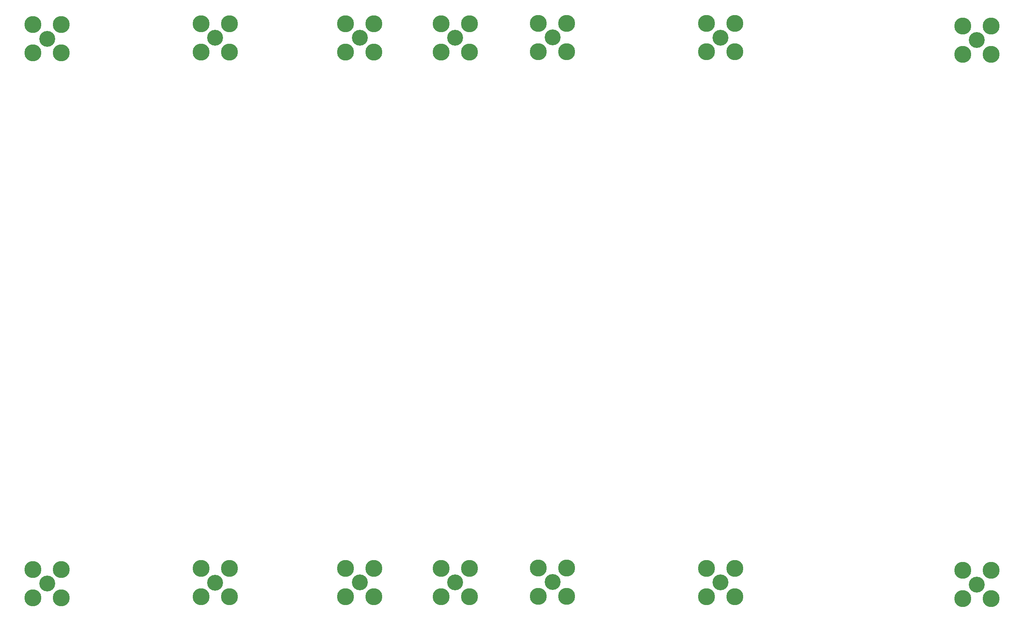
<source format=gbr>
%TF.GenerationSoftware,KiCad,Pcbnew,8.0.8*%
%TF.CreationDate,2025-01-25T17:36:21-08:00*%
%TF.ProjectId,labs_board,6c616273-5f62-46f6-9172-642e6b696361,rev?*%
%TF.SameCoordinates,Original*%
%TF.FileFunction,Soldermask,Top*%
%TF.FilePolarity,Negative*%
%FSLAX46Y46*%
G04 Gerber Fmt 4.6, Leading zero omitted, Abs format (unit mm)*
G04 Created by KiCad (PCBNEW 8.0.8) date 2025-01-25 17:36:21*
%MOMM*%
%LPD*%
G01*
G04 APERTURE LIST*
%ADD10C,3.810000*%
%ADD11C,3.556000*%
G04 APERTURE END LIST*
D10*
%TO.C,J14*%
X243230000Y-154215000D03*
X243230000Y-147865000D03*
X236880000Y-154215000D03*
X236880000Y-147865000D03*
D11*
X240055000Y-151040000D03*
%TD*%
%TO.C,J13*%
X240055000Y-28895000D03*
D10*
X236880000Y-25720000D03*
X236880000Y-32070000D03*
X243230000Y-25720000D03*
X243230000Y-32070000D03*
%TD*%
D11*
%TO.C,J1*%
X31800000Y-28620000D03*
D10*
X34975000Y-25445000D03*
X34975000Y-31795000D03*
X28625000Y-25445000D03*
X28625000Y-31795000D03*
%TD*%
D11*
%TO.C,J2*%
X31800000Y-150820000D03*
D10*
X34975000Y-147645000D03*
X34975000Y-153995000D03*
X28625000Y-147645000D03*
X28625000Y-153995000D03*
%TD*%
D11*
%TO.C,J3*%
X69460000Y-28400000D03*
D10*
X72635000Y-25225000D03*
X72635000Y-31575000D03*
X66285000Y-25225000D03*
X66285000Y-31575000D03*
%TD*%
D11*
%TO.C,J4*%
X69460000Y-150600000D03*
D10*
X72635000Y-147425000D03*
X72635000Y-153775000D03*
X66285000Y-147425000D03*
X66285000Y-153775000D03*
%TD*%
D11*
%TO.C,J5*%
X123220000Y-28380000D03*
D10*
X126395000Y-25205000D03*
X126395000Y-31555000D03*
X120045000Y-25205000D03*
X120045000Y-31555000D03*
%TD*%
D11*
%TO.C,J6*%
X123220000Y-150580000D03*
D10*
X126395000Y-147405000D03*
X126395000Y-153755000D03*
X120045000Y-147405000D03*
X120045000Y-153755000D03*
%TD*%
D11*
%TO.C,J7*%
X145040000Y-28310000D03*
D10*
X148215000Y-25135000D03*
X148215000Y-31485000D03*
X141865000Y-25135000D03*
X141865000Y-31485000D03*
%TD*%
D11*
%TO.C,J8*%
X145040000Y-150510000D03*
D10*
X148215000Y-147335000D03*
X148215000Y-153685000D03*
X141865000Y-147335000D03*
X141865000Y-153685000D03*
%TD*%
D11*
%TO.C,J9*%
X182640000Y-28370000D03*
D10*
X185815000Y-25195000D03*
X185815000Y-31545000D03*
X179465000Y-25195000D03*
X179465000Y-31545000D03*
%TD*%
%TO.C,J10*%
X179465000Y-153745000D03*
X179465000Y-147395000D03*
X185815000Y-153745000D03*
X185815000Y-147395000D03*
D11*
X182640000Y-150570000D03*
%TD*%
%TO.C,J11*%
X101860000Y-28380000D03*
D10*
X105035000Y-25205000D03*
X105035000Y-31555000D03*
X98685000Y-25205000D03*
X98685000Y-31555000D03*
%TD*%
D11*
%TO.C,J12*%
X101860000Y-150580000D03*
D10*
X105035000Y-147405000D03*
X105035000Y-153755000D03*
X98685000Y-147405000D03*
X98685000Y-153755000D03*
%TD*%
M02*

</source>
